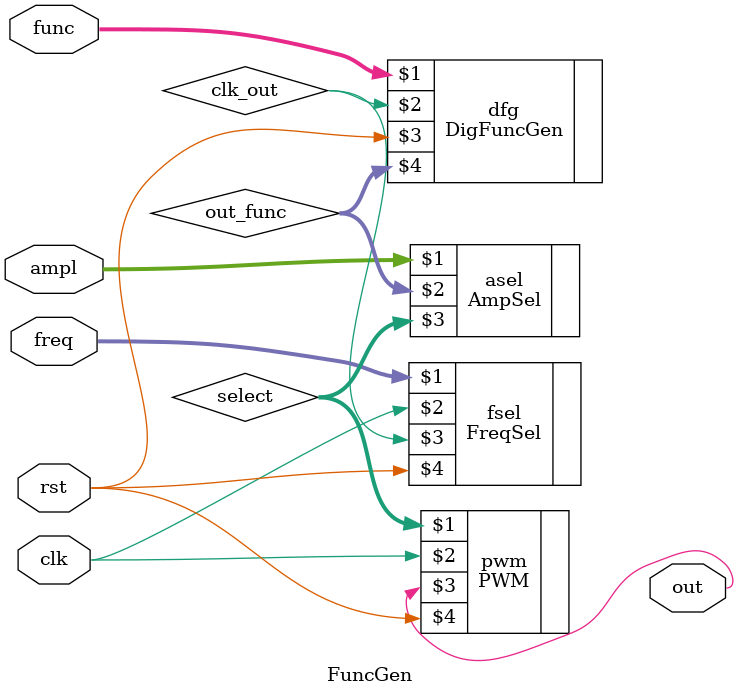
<source format=v>
module FuncGen(clk, rst, out, ampl, freq, func);

	wire [7:0] select, out_func;
	wire clk_out;
	output out;
	input rst, clk;
	input[1:0] ampl, freq;
	input[2:0]	func;
	
	AmpSel asel(ampl, out_func, select);
	FreqSel fsel(freq, clk, clk_out, rst);
	DigFuncGen dfg(func, clk_out, rst, out_func);
	PWM pwm(select, clk, out, rst);
	
	endmodule
</source>
